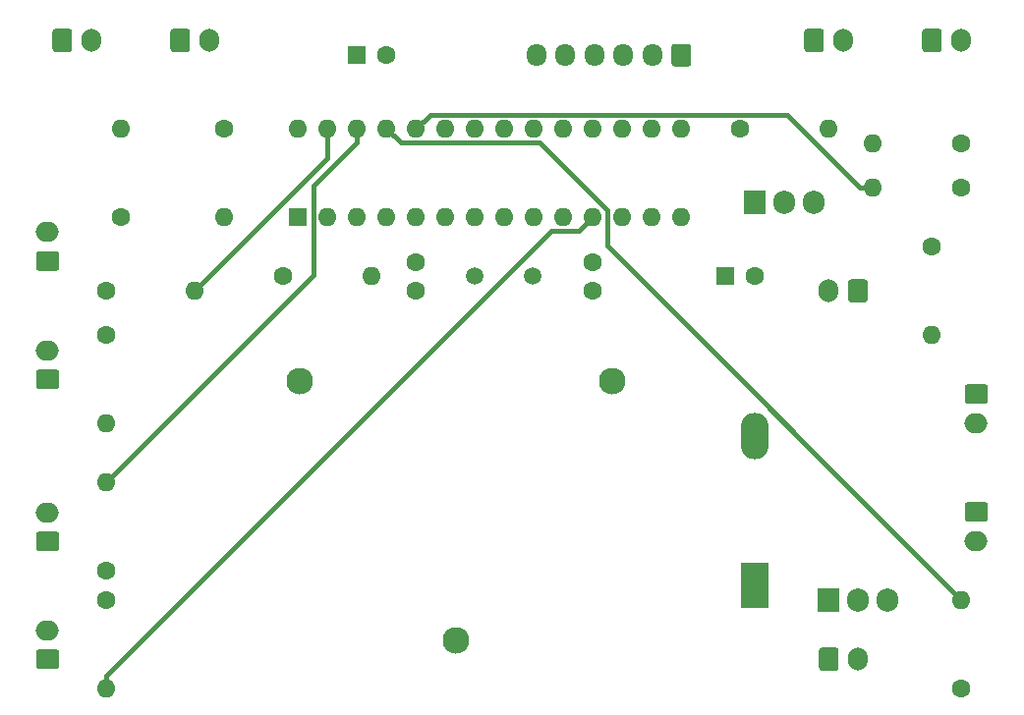
<source format=gbr>
%TF.GenerationSoftware,KiCad,Pcbnew,5.99.0+really5.1.10+dfsg1-1*%
%TF.CreationDate,2022-03-10T13:38:06+00:00*%
%TF.ProjectId,board,626f6172-642e-46b6-9963-61645f706362,rev?*%
%TF.SameCoordinates,Original*%
%TF.FileFunction,Copper,L4,Bot*%
%TF.FilePolarity,Positive*%
%FSLAX46Y46*%
G04 Gerber Fmt 4.6, Leading zero omitted, Abs format (unit mm)*
G04 Created by KiCad (PCBNEW 5.99.0+really5.1.10+dfsg1-1) date 2022-03-10 13:38:06*
%MOMM*%
%LPD*%
G01*
G04 APERTURE LIST*
%TA.AperFunction,ComponentPad*%
%ADD10C,1.500000*%
%TD*%
%TA.AperFunction,ComponentPad*%
%ADD11O,1.600000X1.600000*%
%TD*%
%TA.AperFunction,ComponentPad*%
%ADD12R,1.600000X1.600000*%
%TD*%
%TA.AperFunction,ComponentPad*%
%ADD13O,1.905000X2.000000*%
%TD*%
%TA.AperFunction,ComponentPad*%
%ADD14R,1.905000X2.000000*%
%TD*%
%TA.AperFunction,ComponentPad*%
%ADD15O,2.000000X1.700000*%
%TD*%
%TA.AperFunction,ComponentPad*%
%ADD16O,1.700000X2.000000*%
%TD*%
%TA.AperFunction,ComponentPad*%
%ADD17C,1.600000*%
%TD*%
%TA.AperFunction,ComponentPad*%
%ADD18O,1.700000X1.950000*%
%TD*%
%TA.AperFunction,WasherPad*%
%ADD19C,2.300000*%
%TD*%
%TA.AperFunction,ComponentPad*%
%ADD20O,2.410000X4.020000*%
%TD*%
%TA.AperFunction,ComponentPad*%
%ADD21R,2.410000X4.020000*%
%TD*%
%TA.AperFunction,Conductor*%
%ADD22C,0.400000*%
%TD*%
G04 APERTURE END LIST*
D10*
%TO.P,Y1,2*%
%TO.N,Net-(C2_CRY1-Pad1)*%
X123110000Y-120650000D03*
%TO.P,Y1,1*%
%TO.N,Net-(C1_CRY1-Pad1)*%
X118110000Y-120650000D03*
%TD*%
D11*
%TO.P,U2,28*%
%TO.N,Net-(U2-Pad28)*%
X102870000Y-107950000D03*
%TO.P,U2,14*%
%TO.N,Net-(U2-Pad14)*%
X135890000Y-115570000D03*
%TO.P,U2,27*%
%TO.N,Net-(R_LED5-Pad2)*%
X105410000Y-107950000D03*
%TO.P,U2,13*%
%TO.N,Net-(U2-Pad13)*%
X133350000Y-115570000D03*
%TO.P,U2,26*%
%TO.N,Net-(R_LED4-Pad2)*%
X107950000Y-107950000D03*
%TO.P,U2,12*%
%TO.N,Net-(R_SW5-Pad2)*%
X130810000Y-115570000D03*
%TO.P,U2,25*%
%TO.N,Net-(R_LED3-Pad2)*%
X110490000Y-107950000D03*
%TO.P,U2,11*%
%TO.N,Net-(R_SW4-Pad2)*%
X128270000Y-115570000D03*
%TO.P,U2,24*%
%TO.N,Net-(R_LED2-Pad2)*%
X113030000Y-107950000D03*
%TO.P,U2,10*%
%TO.N,Net-(C2_CRY1-Pad1)*%
X125730000Y-115570000D03*
%TO.P,U2,23*%
%TO.N,Net-(R_LED1-Pad2)*%
X115570000Y-107950000D03*
%TO.P,U2,9*%
%TO.N,Net-(C1_CRY1-Pad1)*%
X123190000Y-115570000D03*
%TO.P,U2,22*%
%TO.N,Net-(BT1-Pad2)*%
X118110000Y-107950000D03*
%TO.P,U2,8*%
X120650000Y-115570000D03*
%TO.P,U2,21*%
%TO.N,Net-(U2-Pad21)*%
X120650000Y-107950000D03*
%TO.P,U2,7*%
%TO.N,Net-(C_POW1-Pad1)*%
X118110000Y-115570000D03*
%TO.P,U2,20*%
X123190000Y-107950000D03*
%TO.P,U2,6*%
%TO.N,Net-(R_SW3-Pad2)*%
X115570000Y-115570000D03*
%TO.P,U2,19*%
%TO.N,Net-(Micro_SD_card1-Pad4)*%
X125730000Y-107950000D03*
%TO.P,U2,5*%
%TO.N,Net-(R_SW2-Pad2)*%
X113030000Y-115570000D03*
%TO.P,U2,18*%
%TO.N,Net-(Micro_SD_card1-Pad5)*%
X128270000Y-107950000D03*
%TO.P,U2,4*%
%TO.N,Net-(R_SW1-Pad2)*%
X110490000Y-115570000D03*
%TO.P,U2,17*%
%TO.N,Net-(Micro_SD_card1-Pad3)*%
X130810000Y-107950000D03*
%TO.P,U2,3*%
%TO.N,Net-(U2-Pad3)*%
X107950000Y-115570000D03*
%TO.P,U2,16*%
%TO.N,Net-(Micro_SD_card1-Pad2)*%
X133350000Y-107950000D03*
%TO.P,U2,2*%
%TO.N,Net-(U2-Pad2)*%
X105410000Y-115570000D03*
%TO.P,U2,15*%
%TO.N,Net-(C_AMP1-Pad1)*%
X135890000Y-107950000D03*
D12*
%TO.P,U2,1*%
%TO.N,Net-(R_RESET1-Pad1)*%
X102870000Y-115570000D03*
%TD*%
D13*
%TO.P,U1,3*%
%TO.N,Net-(C_POW1-Pad1)*%
X153670000Y-148590000D03*
%TO.P,U1,2*%
%TO.N,Net-(BT1-Pad2)*%
X151130000Y-148590000D03*
D14*
%TO.P,U1,1*%
%TO.N,Net-(PowerSwExt1-Pad2)*%
X148590000Y-148590000D03*
%TD*%
%TO.P,SW5,1*%
%TO.N,Net-(BT1-Pad2)*%
%TA.AperFunction,ComponentPad*%
G36*
G01*
X82030000Y-130390000D02*
X80530000Y-130390000D01*
G75*
G02*
X80280000Y-130140000I0J250000D01*
G01*
X80280000Y-128940000D01*
G75*
G02*
X80530000Y-128690000I250000J0D01*
G01*
X82030000Y-128690000D01*
G75*
G02*
X82280000Y-128940000I0J-250000D01*
G01*
X82280000Y-130140000D01*
G75*
G02*
X82030000Y-130390000I-250000J0D01*
G01*
G37*
%TD.AperFunction*%
D15*
%TO.P,SW5,2*%
%TO.N,Net-(R_SW5-Pad2)*%
X81280000Y-127040000D03*
%TD*%
%TO.P,SW4,2*%
%TO.N,Net-(R_SW4-Pad2)*%
X81280000Y-151170000D03*
%TO.P,SW4,1*%
%TO.N,Net-(BT1-Pad2)*%
%TA.AperFunction,ComponentPad*%
G36*
G01*
X82030000Y-154520000D02*
X80530000Y-154520000D01*
G75*
G02*
X80280000Y-154270000I0J250000D01*
G01*
X80280000Y-153070000D01*
G75*
G02*
X80530000Y-152820000I250000J0D01*
G01*
X82030000Y-152820000D01*
G75*
G02*
X82280000Y-153070000I0J-250000D01*
G01*
X82280000Y-154270000D01*
G75*
G02*
X82030000Y-154520000I-250000J0D01*
G01*
G37*
%TD.AperFunction*%
%TD*%
%TO.P,SW3,2*%
%TO.N,Net-(R_SW3-Pad2)*%
X161290000Y-133310000D03*
%TO.P,SW3,1*%
%TO.N,Net-(BT1-Pad2)*%
%TA.AperFunction,ComponentPad*%
G36*
G01*
X160540000Y-129960000D02*
X162040000Y-129960000D01*
G75*
G02*
X162290000Y-130210000I0J-250000D01*
G01*
X162290000Y-131410000D01*
G75*
G02*
X162040000Y-131660000I-250000J0D01*
G01*
X160540000Y-131660000D01*
G75*
G02*
X160290000Y-131410000I0J250000D01*
G01*
X160290000Y-130210000D01*
G75*
G02*
X160540000Y-129960000I250000J0D01*
G01*
G37*
%TD.AperFunction*%
%TD*%
D16*
%TO.P,SW2,2*%
%TO.N,Net-(R_SW2-Pad2)*%
X149820000Y-100330000D03*
%TO.P,SW2,1*%
%TO.N,Net-(BT1-Pad2)*%
%TA.AperFunction,ComponentPad*%
G36*
G01*
X146470000Y-101080000D02*
X146470000Y-99580000D01*
G75*
G02*
X146720000Y-99330000I250000J0D01*
G01*
X147920000Y-99330000D01*
G75*
G02*
X148170000Y-99580000I0J-250000D01*
G01*
X148170000Y-101080000D01*
G75*
G02*
X147920000Y-101330000I-250000J0D01*
G01*
X146720000Y-101330000D01*
G75*
G02*
X146470000Y-101080000I0J250000D01*
G01*
G37*
%TD.AperFunction*%
%TD*%
%TO.P,SW1,2*%
%TO.N,Net-(R_SW1-Pad2)*%
X85050000Y-100330000D03*
%TO.P,SW1,1*%
%TO.N,Net-(BT1-Pad2)*%
%TA.AperFunction,ComponentPad*%
G36*
G01*
X81700000Y-101080000D02*
X81700000Y-99580000D01*
G75*
G02*
X81950000Y-99330000I250000J0D01*
G01*
X83150000Y-99330000D01*
G75*
G02*
X83400000Y-99580000I0J-250000D01*
G01*
X83400000Y-101080000D01*
G75*
G02*
X83150000Y-101330000I-250000J0D01*
G01*
X81950000Y-101330000D01*
G75*
G02*
X81700000Y-101080000I0J250000D01*
G01*
G37*
%TD.AperFunction*%
%TD*%
D17*
%TO.P,R_SW5,1*%
%TO.N,Net-(C_POW1-Pad1)*%
X86360000Y-125730000D03*
D11*
%TO.P,R_SW5,2*%
%TO.N,Net-(R_SW5-Pad2)*%
X86360000Y-133350000D03*
%TD*%
%TO.P,R_SW4,2*%
%TO.N,Net-(R_SW4-Pad2)*%
X86360000Y-156210000D03*
D17*
%TO.P,R_SW4,1*%
%TO.N,Net-(C_POW1-Pad1)*%
X86360000Y-148590000D03*
%TD*%
D11*
%TO.P,R_SW3,2*%
%TO.N,Net-(R_SW3-Pad2)*%
X157480000Y-125730000D03*
D17*
%TO.P,R_SW3,1*%
%TO.N,Net-(C_POW1-Pad1)*%
X157480000Y-118110000D03*
%TD*%
D11*
%TO.P,R_SW2,2*%
%TO.N,Net-(R_SW2-Pad2)*%
X152400000Y-109220000D03*
D17*
%TO.P,R_SW2,1*%
%TO.N,Net-(C_POW1-Pad1)*%
X160020000Y-109220000D03*
%TD*%
D11*
%TO.P,R_SW1,2*%
%TO.N,Net-(R_SW1-Pad2)*%
X87630000Y-107950000D03*
D17*
%TO.P,R_SW1,1*%
%TO.N,Net-(C_POW1-Pad1)*%
X87630000Y-115570000D03*
%TD*%
D11*
%TO.P,R_RESET1,2*%
%TO.N,Net-(C_POW1-Pad1)*%
X109220000Y-120650000D03*
D17*
%TO.P,R_RESET1,1*%
%TO.N,Net-(R_RESET1-Pad1)*%
X101600000Y-120650000D03*
%TD*%
%TO.P,R_LED5,1*%
%TO.N,Net-(LED5-Pad2)*%
X86360000Y-121920000D03*
D11*
%TO.P,R_LED5,2*%
%TO.N,Net-(R_LED5-Pad2)*%
X93980000Y-121920000D03*
%TD*%
%TO.P,R_LED4,2*%
%TO.N,Net-(R_LED4-Pad2)*%
X86360000Y-138430000D03*
D17*
%TO.P,R_LED4,1*%
%TO.N,Net-(LED4-Pad2)*%
X86360000Y-146050000D03*
%TD*%
D11*
%TO.P,R_LED3,2*%
%TO.N,Net-(R_LED3-Pad2)*%
X160020000Y-148590000D03*
D17*
%TO.P,R_LED3,1*%
%TO.N,Net-(LED3-Pad2)*%
X160020000Y-156210000D03*
%TD*%
D11*
%TO.P,R_LED2,2*%
%TO.N,Net-(R_LED2-Pad2)*%
X152400000Y-113030000D03*
D17*
%TO.P,R_LED2,1*%
%TO.N,Net-(LED2-Pad2)*%
X160020000Y-113030000D03*
%TD*%
D11*
%TO.P,R_LED1,2*%
%TO.N,Net-(R_LED1-Pad2)*%
X96520000Y-115570000D03*
D17*
%TO.P,R_LED1,1*%
%TO.N,Net-(LED1-Pad2)*%
X96520000Y-107950000D03*
%TD*%
D11*
%TO.P,R_AMP1,2*%
%TO.N,Net-(LS1-Pad2)*%
X148590000Y-107950000D03*
D17*
%TO.P,R_AMP1,1*%
%TO.N,Net-(C_AMP1-Pad2)*%
X140970000Y-107950000D03*
%TD*%
D13*
%TO.P,Q1,3*%
%TO.N,Net-(BT1-Pad2)*%
X147320000Y-114300000D03*
%TO.P,Q1,2*%
%TO.N,Net-(LS1-Pad2)*%
X144780000Y-114300000D03*
D14*
%TO.P,Q1,1*%
%TO.N,Net-(C_AMP1-Pad2)*%
X142240000Y-114300000D03*
%TD*%
D16*
%TO.P,PowerSwExt1,2*%
%TO.N,Net-(PowerSwExt1-Pad2)*%
X151090000Y-153670000D03*
%TO.P,PowerSwExt1,1*%
%TO.N,Net-(BT1-Pad1)*%
%TA.AperFunction,ComponentPad*%
G36*
G01*
X147740000Y-154420000D02*
X147740000Y-152920000D01*
G75*
G02*
X147990000Y-152670000I250000J0D01*
G01*
X149190000Y-152670000D01*
G75*
G02*
X149440000Y-152920000I0J-250000D01*
G01*
X149440000Y-154420000D01*
G75*
G02*
X149190000Y-154670000I-250000J0D01*
G01*
X147990000Y-154670000D01*
G75*
G02*
X147740000Y-154420000I0J250000D01*
G01*
G37*
%TD.AperFunction*%
%TD*%
D18*
%TO.P,Micro_SD_card1,6*%
%TO.N,Net-(BT1-Pad2)*%
X123390000Y-101600000D03*
%TO.P,Micro_SD_card1,5*%
%TO.N,Net-(Micro_SD_card1-Pad5)*%
X125890000Y-101600000D03*
%TO.P,Micro_SD_card1,4*%
%TO.N,Net-(Micro_SD_card1-Pad4)*%
X128390000Y-101600000D03*
%TO.P,Micro_SD_card1,3*%
%TO.N,Net-(Micro_SD_card1-Pad3)*%
X130890000Y-101600000D03*
%TO.P,Micro_SD_card1,2*%
%TO.N,Net-(Micro_SD_card1-Pad2)*%
X133390000Y-101600000D03*
%TO.P,Micro_SD_card1,1*%
%TO.N,Net-(C_POW1-Pad1)*%
%TA.AperFunction,ComponentPad*%
G36*
G01*
X136740000Y-100875000D02*
X136740000Y-102325000D01*
G75*
G02*
X136490000Y-102575000I-250000J0D01*
G01*
X135290000Y-102575000D01*
G75*
G02*
X135040000Y-102325000I0J250000D01*
G01*
X135040000Y-100875000D01*
G75*
G02*
X135290000Y-100625000I250000J0D01*
G01*
X136490000Y-100625000D01*
G75*
G02*
X136740000Y-100875000I0J-250000D01*
G01*
G37*
%TD.AperFunction*%
%TD*%
D16*
%TO.P,LS1,2*%
%TO.N,Net-(LS1-Pad2)*%
X148590000Y-121920000D03*
%TO.P,LS1,1*%
%TO.N,Net-(C_POW1-Pad1)*%
%TA.AperFunction,ComponentPad*%
G36*
G01*
X151940000Y-121170000D02*
X151940000Y-122670000D01*
G75*
G02*
X151690000Y-122920000I-250000J0D01*
G01*
X150490000Y-122920000D01*
G75*
G02*
X150240000Y-122670000I0J250000D01*
G01*
X150240000Y-121170000D01*
G75*
G02*
X150490000Y-120920000I250000J0D01*
G01*
X151690000Y-120920000D01*
G75*
G02*
X151940000Y-121170000I0J-250000D01*
G01*
G37*
%TD.AperFunction*%
%TD*%
%TO.P,LED5,1*%
%TO.N,Net-(BT1-Pad2)*%
%TA.AperFunction,ComponentPad*%
G36*
G01*
X82030000Y-120190000D02*
X80530000Y-120190000D01*
G75*
G02*
X80280000Y-119940000I0J250000D01*
G01*
X80280000Y-118740000D01*
G75*
G02*
X80530000Y-118490000I250000J0D01*
G01*
X82030000Y-118490000D01*
G75*
G02*
X82280000Y-118740000I0J-250000D01*
G01*
X82280000Y-119940000D01*
G75*
G02*
X82030000Y-120190000I-250000J0D01*
G01*
G37*
%TD.AperFunction*%
D15*
%TO.P,LED5,2*%
%TO.N,Net-(LED5-Pad2)*%
X81280000Y-116840000D03*
%TD*%
%TO.P,LED4,2*%
%TO.N,Net-(LED4-Pad2)*%
X81280000Y-141010000D03*
%TO.P,LED4,1*%
%TO.N,Net-(BT1-Pad2)*%
%TA.AperFunction,ComponentPad*%
G36*
G01*
X82030000Y-144360000D02*
X80530000Y-144360000D01*
G75*
G02*
X80280000Y-144110000I0J250000D01*
G01*
X80280000Y-142910000D01*
G75*
G02*
X80530000Y-142660000I250000J0D01*
G01*
X82030000Y-142660000D01*
G75*
G02*
X82280000Y-142910000I0J-250000D01*
G01*
X82280000Y-144110000D01*
G75*
G02*
X82030000Y-144360000I-250000J0D01*
G01*
G37*
%TD.AperFunction*%
%TD*%
%TO.P,LED3,2*%
%TO.N,Net-(LED3-Pad2)*%
X161290000Y-143470000D03*
%TO.P,LED3,1*%
%TO.N,Net-(BT1-Pad2)*%
%TA.AperFunction,ComponentPad*%
G36*
G01*
X160540000Y-140120000D02*
X162040000Y-140120000D01*
G75*
G02*
X162290000Y-140370000I0J-250000D01*
G01*
X162290000Y-141570000D01*
G75*
G02*
X162040000Y-141820000I-250000J0D01*
G01*
X160540000Y-141820000D01*
G75*
G02*
X160290000Y-141570000I0J250000D01*
G01*
X160290000Y-140370000D01*
G75*
G02*
X160540000Y-140120000I250000J0D01*
G01*
G37*
%TD.AperFunction*%
%TD*%
D16*
%TO.P,LED2,2*%
%TO.N,Net-(LED2-Pad2)*%
X159980000Y-100330000D03*
%TO.P,LED2,1*%
%TO.N,Net-(BT1-Pad2)*%
%TA.AperFunction,ComponentPad*%
G36*
G01*
X156630000Y-101080000D02*
X156630000Y-99580000D01*
G75*
G02*
X156880000Y-99330000I250000J0D01*
G01*
X158080000Y-99330000D01*
G75*
G02*
X158330000Y-99580000I0J-250000D01*
G01*
X158330000Y-101080000D01*
G75*
G02*
X158080000Y-101330000I-250000J0D01*
G01*
X156880000Y-101330000D01*
G75*
G02*
X156630000Y-101080000I0J250000D01*
G01*
G37*
%TD.AperFunction*%
%TD*%
%TO.P,LED1,2*%
%TO.N,Net-(LED1-Pad2)*%
X95210000Y-100330000D03*
%TO.P,LED1,1*%
%TO.N,Net-(BT1-Pad2)*%
%TA.AperFunction,ComponentPad*%
G36*
G01*
X91860000Y-101080000D02*
X91860000Y-99580000D01*
G75*
G02*
X92110000Y-99330000I250000J0D01*
G01*
X93310000Y-99330000D01*
G75*
G02*
X93560000Y-99580000I0J-250000D01*
G01*
X93560000Y-101080000D01*
G75*
G02*
X93310000Y-101330000I-250000J0D01*
G01*
X92110000Y-101330000D01*
G75*
G02*
X91860000Y-101080000I0J250000D01*
G01*
G37*
%TD.AperFunction*%
%TD*%
D17*
%TO.P,C_POW1,2*%
%TO.N,Net-(BT1-Pad2)*%
X110450000Y-101600000D03*
D12*
%TO.P,C_POW1,1*%
%TO.N,Net-(C_POW1-Pad1)*%
X107950000Y-101600000D03*
%TD*%
D17*
%TO.P,C_AMP1,2*%
%TO.N,Net-(C_AMP1-Pad2)*%
X142200000Y-120650000D03*
D12*
%TO.P,C_AMP1,1*%
%TO.N,Net-(C_AMP1-Pad1)*%
X139700000Y-120650000D03*
%TD*%
D17*
%TO.P,C2_CRY1,2*%
%TO.N,Net-(BT1-Pad2)*%
X128270000Y-119420000D03*
%TO.P,C2_CRY1,1*%
%TO.N,Net-(C2_CRY1-Pad1)*%
X128270000Y-121920000D03*
%TD*%
%TO.P,C1_CRY1,2*%
%TO.N,Net-(BT1-Pad2)*%
X113030000Y-119420000D03*
%TO.P,C1_CRY1,1*%
%TO.N,Net-(C1_CRY1-Pad1)*%
X113030000Y-121920000D03*
%TD*%
D19*
%TO.P,BT1,*%
%TO.N,*%
X102980000Y-129700000D03*
X129950000Y-129700000D03*
X116460000Y-152050000D03*
D20*
%TO.P,BT1,2*%
%TO.N,Net-(BT1-Pad2)*%
X142240000Y-134440000D03*
D21*
%TO.P,BT1,1*%
%TO.N,Net-(BT1-Pad1)*%
X142240000Y-147320000D03*
%TD*%
D22*
%TO.N,Net-(R_LED2-Pad2)*%
X114230001Y-106749999D02*
X113030000Y-107950000D01*
X144988629Y-106749999D02*
X114230001Y-106749999D01*
X151268630Y-113030000D02*
X144988629Y-106749999D01*
X152400000Y-113030000D02*
X151268630Y-113030000D01*
%TO.N,Net-(R_LED3-Pad2)*%
X111690001Y-109150001D02*
X110490000Y-107950000D01*
X123626003Y-109150001D02*
X111690001Y-109150001D01*
X129470001Y-114993999D02*
X123626003Y-109150001D01*
X129470001Y-118040001D02*
X129470001Y-114993999D01*
X160020000Y-148590000D02*
X129470001Y-118040001D01*
%TO.N,Net-(R_LED4-Pad2)*%
X107950000Y-109081370D02*
X107950000Y-107950000D01*
X104209999Y-112821371D02*
X107950000Y-109081370D01*
X104209999Y-120580001D02*
X104209999Y-112821371D01*
X86360000Y-138430000D02*
X104209999Y-120580001D01*
%TO.N,Net-(R_LED5-Pad2)*%
X105410000Y-110490000D02*
X105410000Y-107950000D01*
X93980000Y-121920000D02*
X105410000Y-110490000D01*
%TO.N,Net-(R_SW4-Pad2)*%
X127069999Y-116770001D02*
X128270000Y-115570000D01*
X124668629Y-116770001D02*
X127069999Y-116770001D01*
X86360000Y-155078630D02*
X124668629Y-116770001D01*
X86360000Y-156210000D02*
X86360000Y-155078630D01*
%TD*%
M02*

</source>
